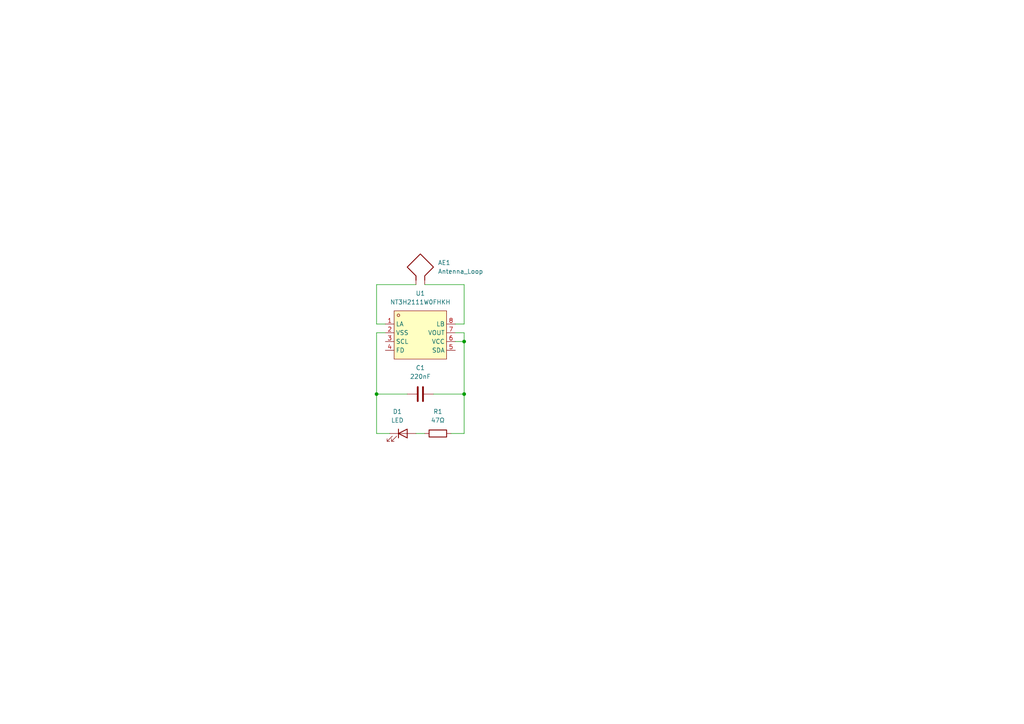
<source format=kicad_sch>
(kicad_sch
	(version 20250114)
	(generator "eeschema")
	(generator_version "9.0")
	(uuid "74fe38cd-9553-46e1-92fe-ed48cef2e2fa")
	(paper "A4")
	(lib_symbols
		(symbol "Device:Antenna_Loop"
			(pin_numbers
				(hide yes)
			)
			(pin_names
				(offset 1.016)
				(hide yes)
			)
			(exclude_from_sim no)
			(in_bom yes)
			(on_board yes)
			(property "Reference" "AE"
				(at 1.27 6.35 0)
				(effects
					(font
						(size 1.27 1.27)
					)
				)
			)
			(property "Value" "Antenna_Loop"
				(at 1.27 5.08 0)
				(effects
					(font
						(size 1.27 1.27)
					)
				)
			)
			(property "Footprint" ""
				(at 0 0 0)
				(effects
					(font
						(size 1.27 1.27)
					)
					(hide yes)
				)
			)
			(property "Datasheet" "~"
				(at 0 0 0)
				(effects
					(font
						(size 1.27 1.27)
					)
					(hide yes)
				)
			)
			(property "Description" "Loop antenna"
				(at 0 0 0)
				(effects
					(font
						(size 1.27 1.27)
					)
					(hide yes)
				)
			)
			(property "ki_keywords" "loop antenna"
				(at 0 0 0)
				(effects
					(font
						(size 1.27 1.27)
					)
					(hide yes)
				)
			)
			(symbol "Antenna_Loop_0_1"
				(polyline
					(pts
						(xy 2.54 -3.81) (xy 2.54 -2.54) (xy 5.08 0) (xy 1.27 3.81) (xy -2.54 0) (xy 0 -2.54) (xy 0 -3.81)
					)
					(stroke
						(width 0.254)
						(type default)
					)
					(fill
						(type none)
					)
				)
			)
			(symbol "Antenna_Loop_1_1"
				(pin input line
					(at 0 -5.08 90)
					(length 2.54)
					(name "~"
						(effects
							(font
								(size 1.27 1.27)
							)
						)
					)
					(number "1"
						(effects
							(font
								(size 1.27 1.27)
							)
						)
					)
				)
				(pin input line
					(at 2.54 -5.08 90)
					(length 2.54)
					(name "~"
						(effects
							(font
								(size 1.27 1.27)
							)
						)
					)
					(number "2"
						(effects
							(font
								(size 1.27 1.27)
							)
						)
					)
				)
			)
			(embedded_fonts no)
		)
		(symbol "Device:C"
			(pin_numbers
				(hide yes)
			)
			(pin_names
				(offset 0.254)
			)
			(exclude_from_sim no)
			(in_bom yes)
			(on_board yes)
			(property "Reference" "C"
				(at 0.635 2.54 0)
				(effects
					(font
						(size 1.27 1.27)
					)
					(justify left)
				)
			)
			(property "Value" "C"
				(at 0.635 -2.54 0)
				(effects
					(font
						(size 1.27 1.27)
					)
					(justify left)
				)
			)
			(property "Footprint" ""
				(at 0.9652 -3.81 0)
				(effects
					(font
						(size 1.27 1.27)
					)
					(hide yes)
				)
			)
			(property "Datasheet" "~"
				(at 0 0 0)
				(effects
					(font
						(size 1.27 1.27)
					)
					(hide yes)
				)
			)
			(property "Description" "Unpolarized capacitor"
				(at 0 0 0)
				(effects
					(font
						(size 1.27 1.27)
					)
					(hide yes)
				)
			)
			(property "ki_keywords" "cap capacitor"
				(at 0 0 0)
				(effects
					(font
						(size 1.27 1.27)
					)
					(hide yes)
				)
			)
			(property "ki_fp_filters" "C_*"
				(at 0 0 0)
				(effects
					(font
						(size 1.27 1.27)
					)
					(hide yes)
				)
			)
			(symbol "C_0_1"
				(polyline
					(pts
						(xy -2.032 0.762) (xy 2.032 0.762)
					)
					(stroke
						(width 0.508)
						(type default)
					)
					(fill
						(type none)
					)
				)
				(polyline
					(pts
						(xy -2.032 -0.762) (xy 2.032 -0.762)
					)
					(stroke
						(width 0.508)
						(type default)
					)
					(fill
						(type none)
					)
				)
			)
			(symbol "C_1_1"
				(pin passive line
					(at 0 3.81 270)
					(length 2.794)
					(name "~"
						(effects
							(font
								(size 1.27 1.27)
							)
						)
					)
					(number "1"
						(effects
							(font
								(size 1.27 1.27)
							)
						)
					)
				)
				(pin passive line
					(at 0 -3.81 90)
					(length 2.794)
					(name "~"
						(effects
							(font
								(size 1.27 1.27)
							)
						)
					)
					(number "2"
						(effects
							(font
								(size 1.27 1.27)
							)
						)
					)
				)
			)
			(embedded_fonts no)
		)
		(symbol "Device:LED"
			(pin_numbers
				(hide yes)
			)
			(pin_names
				(offset 1.016)
				(hide yes)
			)
			(exclude_from_sim no)
			(in_bom yes)
			(on_board yes)
			(property "Reference" "D"
				(at 0 2.54 0)
				(effects
					(font
						(size 1.27 1.27)
					)
				)
			)
			(property "Value" "LED"
				(at 0 -2.54 0)
				(effects
					(font
						(size 1.27 1.27)
					)
				)
			)
			(property "Footprint" ""
				(at 0 0 0)
				(effects
					(font
						(size 1.27 1.27)
					)
					(hide yes)
				)
			)
			(property "Datasheet" "~"
				(at 0 0 0)
				(effects
					(font
						(size 1.27 1.27)
					)
					(hide yes)
				)
			)
			(property "Description" "Light emitting diode"
				(at 0 0 0)
				(effects
					(font
						(size 1.27 1.27)
					)
					(hide yes)
				)
			)
			(property "Sim.Pins" "1=K 2=A"
				(at 0 0 0)
				(effects
					(font
						(size 1.27 1.27)
					)
					(hide yes)
				)
			)
			(property "ki_keywords" "LED diode"
				(at 0 0 0)
				(effects
					(font
						(size 1.27 1.27)
					)
					(hide yes)
				)
			)
			(property "ki_fp_filters" "LED* LED_SMD:* LED_THT:*"
				(at 0 0 0)
				(effects
					(font
						(size 1.27 1.27)
					)
					(hide yes)
				)
			)
			(symbol "LED_0_1"
				(polyline
					(pts
						(xy -3.048 -0.762) (xy -4.572 -2.286) (xy -3.81 -2.286) (xy -4.572 -2.286) (xy -4.572 -1.524)
					)
					(stroke
						(width 0)
						(type default)
					)
					(fill
						(type none)
					)
				)
				(polyline
					(pts
						(xy -1.778 -0.762) (xy -3.302 -2.286) (xy -2.54 -2.286) (xy -3.302 -2.286) (xy -3.302 -1.524)
					)
					(stroke
						(width 0)
						(type default)
					)
					(fill
						(type none)
					)
				)
				(polyline
					(pts
						(xy -1.27 0) (xy 1.27 0)
					)
					(stroke
						(width 0)
						(type default)
					)
					(fill
						(type none)
					)
				)
				(polyline
					(pts
						(xy -1.27 -1.27) (xy -1.27 1.27)
					)
					(stroke
						(width 0.254)
						(type default)
					)
					(fill
						(type none)
					)
				)
				(polyline
					(pts
						(xy 1.27 -1.27) (xy 1.27 1.27) (xy -1.27 0) (xy 1.27 -1.27)
					)
					(stroke
						(width 0.254)
						(type default)
					)
					(fill
						(type none)
					)
				)
			)
			(symbol "LED_1_1"
				(pin passive line
					(at -3.81 0 0)
					(length 2.54)
					(name "K"
						(effects
							(font
								(size 1.27 1.27)
							)
						)
					)
					(number "1"
						(effects
							(font
								(size 1.27 1.27)
							)
						)
					)
				)
				(pin passive line
					(at 3.81 0 180)
					(length 2.54)
					(name "A"
						(effects
							(font
								(size 1.27 1.27)
							)
						)
					)
					(number "2"
						(effects
							(font
								(size 1.27 1.27)
							)
						)
					)
				)
			)
			(embedded_fonts no)
		)
		(symbol "Device:R"
			(pin_numbers
				(hide yes)
			)
			(pin_names
				(offset 0)
			)
			(exclude_from_sim no)
			(in_bom yes)
			(on_board yes)
			(property "Reference" "R"
				(at 2.032 0 90)
				(effects
					(font
						(size 1.27 1.27)
					)
				)
			)
			(property "Value" "R"
				(at 0 0 90)
				(effects
					(font
						(size 1.27 1.27)
					)
				)
			)
			(property "Footprint" ""
				(at -1.778 0 90)
				(effects
					(font
						(size 1.27 1.27)
					)
					(hide yes)
				)
			)
			(property "Datasheet" "~"
				(at 0 0 0)
				(effects
					(font
						(size 1.27 1.27)
					)
					(hide yes)
				)
			)
			(property "Description" "Resistor"
				(at 0 0 0)
				(effects
					(font
						(size 1.27 1.27)
					)
					(hide yes)
				)
			)
			(property "ki_keywords" "R res resistor"
				(at 0 0 0)
				(effects
					(font
						(size 1.27 1.27)
					)
					(hide yes)
				)
			)
			(property "ki_fp_filters" "R_*"
				(at 0 0 0)
				(effects
					(font
						(size 1.27 1.27)
					)
					(hide yes)
				)
			)
			(symbol "R_0_1"
				(rectangle
					(start -1.016 -2.54)
					(end 1.016 2.54)
					(stroke
						(width 0.254)
						(type default)
					)
					(fill
						(type none)
					)
				)
			)
			(symbol "R_1_1"
				(pin passive line
					(at 0 3.81 270)
					(length 1.27)
					(name "~"
						(effects
							(font
								(size 1.27 1.27)
							)
						)
					)
					(number "1"
						(effects
							(font
								(size 1.27 1.27)
							)
						)
					)
				)
				(pin passive line
					(at 0 -3.81 90)
					(length 1.27)
					(name "~"
						(effects
							(font
								(size 1.27 1.27)
							)
						)
					)
					(number "2"
						(effects
							(font
								(size 1.27 1.27)
							)
						)
					)
				)
			)
			(embedded_fonts no)
		)
		(symbol "EasyEDA:NT3H2111W0FHKH"
			(exclude_from_sim no)
			(in_bom yes)
			(on_board yes)
			(property "Reference" "U"
				(at 0 8.89 0)
				(effects
					(font
						(size 1.27 1.27)
					)
				)
			)
			(property "Value" "NT3H2111W0FHKH"
				(at 0 -8.89 0)
				(effects
					(font
						(size 1.27 1.27)
					)
				)
			)
			(property "Footprint" "EasyEDA:XQFN-8_L1.6-W1.6-P0.50-BL_NT3H2111W0FHKH"
				(at 0 -11.43 0)
				(effects
					(font
						(size 1.27 1.27)
					)
					(hide yes)
				)
			)
			(property "Datasheet" ""
				(at 0 0 0)
				(effects
					(font
						(size 1.27 1.27)
					)
					(hide yes)
				)
			)
			(property "Description" ""
				(at 0 0 0)
				(effects
					(font
						(size 1.27 1.27)
					)
					(hide yes)
				)
			)
			(property "LCSC Part" "C710403"
				(at 0 -13.97 0)
				(effects
					(font
						(size 1.27 1.27)
					)
					(hide yes)
				)
			)
			(symbol "NT3H2111W0FHKH_0_1"
				(rectangle
					(start -7.62 7.62)
					(end 7.62 -6.35)
					(stroke
						(width 0)
						(type default)
					)
					(fill
						(type background)
					)
				)
				(circle
					(center -6.35 6.35)
					(radius 0.38)
					(stroke
						(width 0)
						(type default)
					)
					(fill
						(type none)
					)
				)
				(pin unspecified line
					(at -10.16 3.81 0)
					(length 2.54)
					(name "LA"
						(effects
							(font
								(size 1.27 1.27)
							)
						)
					)
					(number "1"
						(effects
							(font
								(size 1.27 1.27)
							)
						)
					)
				)
				(pin unspecified line
					(at -10.16 1.27 0)
					(length 2.54)
					(name "VSS"
						(effects
							(font
								(size 1.27 1.27)
							)
						)
					)
					(number "2"
						(effects
							(font
								(size 1.27 1.27)
							)
						)
					)
				)
				(pin unspecified line
					(at -10.16 -1.27 0)
					(length 2.54)
					(name "SCL"
						(effects
							(font
								(size 1.27 1.27)
							)
						)
					)
					(number "3"
						(effects
							(font
								(size 1.27 1.27)
							)
						)
					)
				)
				(pin unspecified line
					(at -10.16 -3.81 0)
					(length 2.54)
					(name "FD"
						(effects
							(font
								(size 1.27 1.27)
							)
						)
					)
					(number "4"
						(effects
							(font
								(size 1.27 1.27)
							)
						)
					)
				)
				(pin unspecified line
					(at 10.16 3.81 180)
					(length 2.54)
					(name "LB"
						(effects
							(font
								(size 1.27 1.27)
							)
						)
					)
					(number "8"
						(effects
							(font
								(size 1.27 1.27)
							)
						)
					)
				)
				(pin unspecified line
					(at 10.16 1.27 180)
					(length 2.54)
					(name "VOUT"
						(effects
							(font
								(size 1.27 1.27)
							)
						)
					)
					(number "7"
						(effects
							(font
								(size 1.27 1.27)
							)
						)
					)
				)
				(pin unspecified line
					(at 10.16 -1.27 180)
					(length 2.54)
					(name "VCC"
						(effects
							(font
								(size 1.27 1.27)
							)
						)
					)
					(number "6"
						(effects
							(font
								(size 1.27 1.27)
							)
						)
					)
				)
				(pin unspecified line
					(at 10.16 -3.81 180)
					(length 2.54)
					(name "SDA"
						(effects
							(font
								(size 1.27 1.27)
							)
						)
					)
					(number "5"
						(effects
							(font
								(size 1.27 1.27)
							)
						)
					)
				)
			)
			(embedded_fonts no)
		)
	)
	(junction
		(at 109.22 114.3)
		(diameter 0)
		(color 0 0 0 0)
		(uuid "b1e848cd-0a21-4764-8cda-4e523b7fa3b9")
	)
	(junction
		(at 134.62 114.3)
		(diameter 0)
		(color 0 0 0 0)
		(uuid "c61c9731-ad25-42b4-a9b0-56d42fce4cde")
	)
	(junction
		(at 134.62 99.06)
		(diameter 0)
		(color 0 0 0 0)
		(uuid "d564c07d-02d1-48ad-b919-00cb36ad1ae7")
	)
	(wire
		(pts
			(xy 123.19 82.55) (xy 134.62 82.55)
		)
		(stroke
			(width 0)
			(type default)
		)
		(uuid "163805d8-3f8b-40bc-be6f-f9706cb6815b")
	)
	(wire
		(pts
			(xy 134.62 96.52) (xy 132.08 96.52)
		)
		(stroke
			(width 0)
			(type default)
		)
		(uuid "1c70aa4e-33f3-43e9-a2cb-f96fdde09ee9")
	)
	(wire
		(pts
			(xy 109.22 125.73) (xy 109.22 114.3)
		)
		(stroke
			(width 0)
			(type default)
		)
		(uuid "2bd71884-939d-4326-9763-34353583e34c")
	)
	(wire
		(pts
			(xy 130.81 125.73) (xy 134.62 125.73)
		)
		(stroke
			(width 0)
			(type default)
		)
		(uuid "4234ca63-24dd-48d1-8f93-b0b5fd641839")
	)
	(wire
		(pts
			(xy 109.22 93.98) (xy 109.22 82.55)
		)
		(stroke
			(width 0)
			(type default)
		)
		(uuid "5a4e1498-0a83-402d-9cce-27007dd9cad8")
	)
	(wire
		(pts
			(xy 111.76 96.52) (xy 109.22 96.52)
		)
		(stroke
			(width 0)
			(type default)
		)
		(uuid "5be44c81-cd68-4909-8678-17fbdf1187e9")
	)
	(wire
		(pts
			(xy 109.22 96.52) (xy 109.22 114.3)
		)
		(stroke
			(width 0)
			(type default)
		)
		(uuid "5f61f98d-2931-4f3a-8cc4-00e9b2165a3b")
	)
	(wire
		(pts
			(xy 132.08 99.06) (xy 134.62 99.06)
		)
		(stroke
			(width 0)
			(type default)
		)
		(uuid "600bb116-580c-4bed-b6ff-b351913726a2")
	)
	(wire
		(pts
			(xy 109.22 114.3) (xy 118.11 114.3)
		)
		(stroke
			(width 0)
			(type default)
		)
		(uuid "64bfc656-e8d5-4d63-8e3a-8dce490a70ce")
	)
	(wire
		(pts
			(xy 134.62 93.98) (xy 132.08 93.98)
		)
		(stroke
			(width 0)
			(type default)
		)
		(uuid "65ae3543-3b4c-4084-a3ad-35700eac2a14")
	)
	(wire
		(pts
			(xy 134.62 82.55) (xy 134.62 93.98)
		)
		(stroke
			(width 0)
			(type default)
		)
		(uuid "6e6bd747-bdab-4916-a8e4-a8b98a6f3d5a")
	)
	(wire
		(pts
			(xy 113.03 125.73) (xy 109.22 125.73)
		)
		(stroke
			(width 0)
			(type default)
		)
		(uuid "a3eab482-978a-4708-85d6-2fe083eec665")
	)
	(wire
		(pts
			(xy 134.62 114.3) (xy 134.62 99.06)
		)
		(stroke
			(width 0)
			(type default)
		)
		(uuid "bbc4382f-5a5b-449e-a1a6-3a6723e92b05")
	)
	(wire
		(pts
			(xy 125.73 114.3) (xy 134.62 114.3)
		)
		(stroke
			(width 0)
			(type default)
		)
		(uuid "bc727124-d763-4031-bc67-3aa24cfca9cf")
	)
	(wire
		(pts
			(xy 123.19 125.73) (xy 120.65 125.73)
		)
		(stroke
			(width 0)
			(type default)
		)
		(uuid "bd2ea9ae-747c-4a3d-a275-142f9118ac04")
	)
	(wire
		(pts
			(xy 111.76 93.98) (xy 109.22 93.98)
		)
		(stroke
			(width 0)
			(type default)
		)
		(uuid "c3629f8e-3245-48fe-bbad-661576d5324d")
	)
	(wire
		(pts
			(xy 134.62 99.06) (xy 134.62 96.52)
		)
		(stroke
			(width 0)
			(type default)
		)
		(uuid "c64c30ba-ca8a-48be-97b1-e7be3b0347e5")
	)
	(wire
		(pts
			(xy 109.22 82.55) (xy 120.65 82.55)
		)
		(stroke
			(width 0)
			(type default)
		)
		(uuid "cf802b99-d411-4526-ae3e-7819f35cd9f3")
	)
	(wire
		(pts
			(xy 134.62 125.73) (xy 134.62 114.3)
		)
		(stroke
			(width 0)
			(type default)
		)
		(uuid "fb3a3158-ed90-42fe-a9a9-e46970deee6e")
	)
	(symbol
		(lib_id "EasyEDA:NT3H2111W0FHKH")
		(at 121.92 97.79 0)
		(unit 1)
		(exclude_from_sim no)
		(in_bom yes)
		(on_board yes)
		(dnp no)
		(fields_autoplaced yes)
		(uuid "1ba54243-c644-479e-b8b8-db35324ea4bf")
		(property "Reference" "U1"
			(at 121.92 85.09 0)
			(effects
				(font
					(size 1.27 1.27)
				)
			)
		)
		(property "Value" "NT3H2111W0FHKH"
			(at 121.92 87.63 0)
			(effects
				(font
					(size 1.27 1.27)
				)
			)
		)
		(property "Footprint" "NT3H2111W0FHKH:QFN8P50_160X160X50L40X20N"
			(at 121.92 109.22 0)
			(effects
				(font
					(size 1.27 1.27)
				)
				(hide yes)
			)
		)
		(property "Datasheet" ""
			(at 121.92 97.79 0)
			(effects
				(font
					(size 1.27 1.27)
				)
				(hide yes)
			)
		)
		(property "Description" ""
			(at 121.92 97.79 0)
			(effects
				(font
					(size 1.27 1.27)
				)
				(hide yes)
			)
		)
		(property "LCSC Part" "C710403"
			(at 121.92 111.76 0)
			(effects
				(font
					(size 1.27 1.27)
				)
				(hide yes)
			)
		)
		(pin "7"
			(uuid "3263ccfd-258d-47e4-9b03-6d166ae9c202")
		)
		(pin "3"
			(uuid "a6941431-5c62-4fee-8e25-7710854fdf47")
		)
		(pin "2"
			(uuid "d1e6b448-19eb-48d3-9dd6-0f513026e80f")
		)
		(pin "5"
			(uuid "c751c831-82cf-40ef-9f6a-4a2eb0326216")
		)
		(pin "8"
			(uuid "808bd812-95a9-49b1-84f6-add52562991c")
		)
		(pin "4"
			(uuid "c7c1c78f-96b0-4e1d-b3d1-897c26ae81af")
		)
		(pin "6"
			(uuid "0f1bc018-5c19-4443-a3d1-9bed64d309a0")
		)
		(pin "1"
			(uuid "b0b94d91-9882-4885-a4d0-e99a7851e6ff")
		)
		(instances
			(project "USB Hub"
				(path "/74fe38cd-9553-46e1-92fe-ed48cef2e2fa"
					(reference "U1")
					(unit 1)
				)
			)
		)
	)
	(symbol
		(lib_id "Device:Antenna_Loop")
		(at 120.65 77.47 0)
		(unit 1)
		(exclude_from_sim no)
		(in_bom yes)
		(on_board yes)
		(dnp no)
		(fields_autoplaced yes)
		(uuid "38345ec1-0900-4dc1-bdbb-c5054802b2e5")
		(property "Reference" "AE1"
			(at 127 76.1999 0)
			(effects
				(font
					(size 1.27 1.27)
				)
				(justify left)
			)
		)
		(property "Value" "Antenna_Loop"
			(at 127 78.7399 0)
			(effects
				(font
					(size 1.27 1.27)
				)
				(justify left)
			)
		)
		(property "Footprint" "lib:card_nfc"
			(at 120.65 77.47 0)
			(effects
				(font
					(size 1.27 1.27)
				)
				(hide yes)
			)
		)
		(property "Datasheet" "~"
			(at 120.65 77.47 0)
			(effects
				(font
					(size 1.27 1.27)
				)
				(hide yes)
			)
		)
		(property "Description" "Loop antenna"
			(at 120.65 77.47 0)
			(effects
				(font
					(size 1.27 1.27)
				)
				(hide yes)
			)
		)
		(pin "1"
			(uuid "2365a9d5-3523-442c-a7f1-df4c9adb5519")
		)
		(pin "2"
			(uuid "905fda19-c6b7-4f26-bbc1-f32fd99bcf8f")
		)
		(instances
			(project "USB Hub"
				(path "/74fe38cd-9553-46e1-92fe-ed48cef2e2fa"
					(reference "AE1")
					(unit 1)
				)
			)
		)
	)
	(symbol
		(lib_id "Device:LED")
		(at 116.84 125.73 0)
		(unit 1)
		(exclude_from_sim no)
		(in_bom yes)
		(on_board yes)
		(dnp no)
		(fields_autoplaced yes)
		(uuid "3e6d5bb1-f896-4e11-88ac-3a1819a0abea")
		(property "Reference" "D1"
			(at 115.2525 119.38 0)
			(effects
				(font
					(size 1.27 1.27)
				)
			)
		)
		(property "Value" "LED"
			(at 115.2525 121.92 0)
			(effects
				(font
					(size 1.27 1.27)
				)
			)
		)
		(property "Footprint" "LED_SMD:LED_0805_2012Metric"
			(at 116.84 125.73 0)
			(effects
				(font
					(size 1.27 1.27)
				)
				(hide yes)
			)
		)
		(property "Datasheet" "~"
			(at 116.84 125.73 0)
			(effects
				(font
					(size 1.27 1.27)
				)
				(hide yes)
			)
		)
		(property "Description" "Light emitting diode"
			(at 116.84 125.73 0)
			(effects
				(font
					(size 1.27 1.27)
				)
				(hide yes)
			)
		)
		(property "Sim.Pins" "1=K 2=A"
			(at 116.84 125.73 0)
			(effects
				(font
					(size 1.27 1.27)
				)
				(hide yes)
			)
		)
		(pin "1"
			(uuid "48300598-0b65-444f-9a5e-e385759624f0")
		)
		(pin "2"
			(uuid "3920c663-f075-4a26-a366-ebde6337bc31")
		)
		(instances
			(project "USB Hub"
				(path "/74fe38cd-9553-46e1-92fe-ed48cef2e2fa"
					(reference "D1")
					(unit 1)
				)
			)
		)
	)
	(symbol
		(lib_id "Device:C")
		(at 121.92 114.3 90)
		(unit 1)
		(exclude_from_sim no)
		(in_bom yes)
		(on_board yes)
		(dnp no)
		(fields_autoplaced yes)
		(uuid "87abc908-4319-4d49-adab-7b9ca9a51936")
		(property "Reference" "C1"
			(at 121.92 106.68 90)
			(effects
				(font
					(size 1.27 1.27)
				)
			)
		)
		(property "Value" "220nF"
			(at 121.92 109.22 90)
			(effects
				(font
					(size 1.27 1.27)
				)
			)
		)
		(property "Footprint" "Capacitor_SMD:C_0805_2012Metric_Pad1.18x1.45mm_HandSolder"
			(at 125.73 113.3348 0)
			(effects
				(font
					(size 1.27 1.27)
				)
				(hide yes)
			)
		)
		(property "Datasheet" "~"
			(at 121.92 114.3 0)
			(effects
				(font
					(size 1.27 1.27)
				)
				(hide yes)
			)
		)
		(property "Description" "Unpolarized capacitor"
			(at 121.92 114.3 0)
			(effects
				(font
					(size 1.27 1.27)
				)
				(hide yes)
			)
		)
		(pin "2"
			(uuid "db5996a3-d811-412b-83d4-95a363f853e3")
		)
		(pin "1"
			(uuid "72dcc37b-c342-4256-8410-40cd75c234ff")
		)
		(instances
			(project "USB Hub"
				(path "/74fe38cd-9553-46e1-92fe-ed48cef2e2fa"
					(reference "C1")
					(unit 1)
				)
			)
		)
	)
	(symbol
		(lib_id "Device:R")
		(at 127 125.73 90)
		(unit 1)
		(exclude_from_sim no)
		(in_bom yes)
		(on_board yes)
		(dnp no)
		(fields_autoplaced yes)
		(uuid "c438fb7f-38f1-4af5-baa2-b7002bec3b70")
		(property "Reference" "R1"
			(at 127 119.38 90)
			(effects
				(font
					(size 1.27 1.27)
				)
			)
		)
		(property "Value" "47Ω"
			(at 127 121.92 90)
			(effects
				(font
					(size 1.27 1.27)
				)
			)
		)
		(property "Footprint" "Resistor_SMD:R_0805_2012Metric_Pad1.20x1.40mm_HandSolder"
			(at 127 127.508 90)
			(effects
				(font
					(size 1.27 1.27)
				)
				(hide yes)
			)
		)
		(property "Datasheet" "~"
			(at 127 125.73 0)
			(effects
				(font
					(size 1.27 1.27)
				)
				(hide yes)
			)
		)
		(property "Description" "Resistor"
			(at 127 125.73 0)
			(effects
				(font
					(size 1.27 1.27)
				)
				(hide yes)
			)
		)
		(pin "1"
			(uuid "3dc855de-62f4-4ae0-bedf-df3a3b5b0bac")
		)
		(pin "2"
			(uuid "da083933-18b9-4e30-9f4d-e15618fd34ba")
		)
		(instances
			(project "USB Hub"
				(path "/74fe38cd-9553-46e1-92fe-ed48cef2e2fa"
					(reference "R1")
					(unit 1)
				)
			)
		)
	)
	(sheet_instances
		(path "/"
			(page "1")
		)
	)
	(embedded_fonts no)
)

</source>
